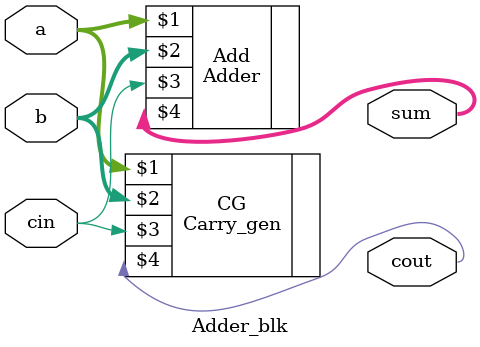
<source format=v>
module Adder_blk #(
    parameter data_width = 4
) (
    input [(data_width-1):0] a,b ,
    input cin,
    output [(data_width-1):0] sum,
    output cout
);
    Adder #(data_width) Add (a,b,cin,sum);
    Carry_gen #(data_width) CG (a,b,cin,cout);
endmodule
</source>
